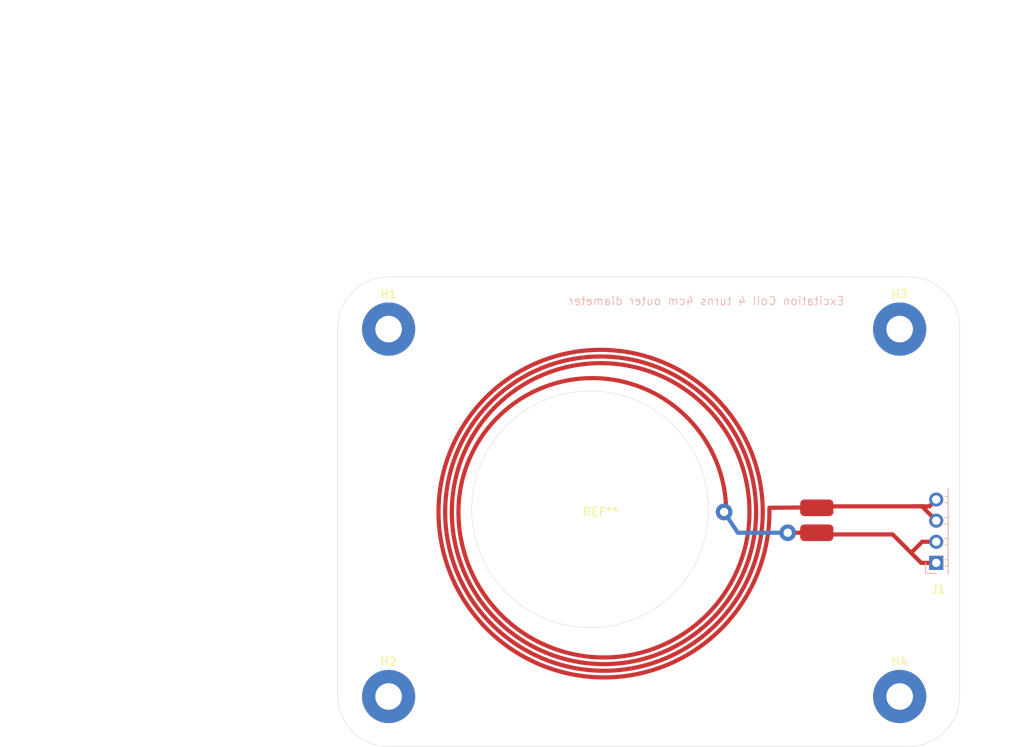
<source format=kicad_pcb>
(kicad_pcb (version 20240108) (generator "pcbnew") (generator_version "8.0")
  (layers (0 "F.Cu" signal) (31 "B.Cu" signal) (34 "B.Paste" user) (35 "F.Paste" user) (36 "B.SilkS" user "B.Silkscreen") (37 "F.SilkS" user "F.Silkscreen") (38 "B.Mask" user) (39 "F.Mask" user) (44 "Edge.Cuts" user))
  (net 0 "")
  (net 1 "/coil start")
  (net 2 "/coil end")
  (footprint "MountingHole:MountingHole_3.2mm_M3_Pad" (layer "F.Cu") (at 217.6168 106.3052)
    (property "Reference" "H3" (at 0 -4.2 0) (layer "F.SilkS"))
    (property "Value" "MountingHole")
    (pad "1" thru_hole circle (at 0 0) (size 6.4 6.4) (drill 3.2) (layers "*.Cu" "*.Mask"))
  )
  (footprint "MountingHole:MountingHole_3.2mm_M3_Pad" (layer "F.Cu") (at 217.6168 150.4952)
    (property "Reference" "H4" (at 0 -4.2 0) (layer "F.SilkS"))
    (property "Value" "MountingHole")
    (pad "1" thru_hole circle (at 0 0) (size 6.4 6.4) (drill 3.2) (layers "*.Cu" "*.Mask"))
  )
  (footprint "MountingHole:MountingHole_3.2mm_M3_Pad" (layer "F.Cu") (at 156.1468 150.4952)
    (property "Reference" "H2" (at 0 -4.2 0) (layer "F.SilkS"))
    (property "Value" "MountingHole")
    (pad "1" thru_hole circle (at 0 0) (size 6.4 6.4) (drill 3.2) (layers "*.Cu" "*.Mask"))
  )
  (footprint "MountingHole:MountingHole_3.2mm_M3_Pad" (layer "F.Cu") (at 156.1468 106.3052)
    (property "Reference" "H1" (at 0 -4.2 0) (layer "F.SilkS"))
    (property "Value" "MountingHole")
    (pad "1" thru_hole circle (at 0 0) (size 6.4 6.4) (drill 3.2) (layers "*.Cu" "*.Mask"))
  )
  (footprint "Excitation 2" (layer "F.Cu") (at 181.65 128.3)
    (property "Reference" "REF**" (at 0 0 0) (layer "F.SilkS"))
    (property "Value" "Excitation 2")
    (fp_line (start 20.3 -0.5) (end 26 -0.5625) (stroke (width 0.5)) (layer "F.Cu"))
    (fp_line (start 20.3 0) (end 20.3 -0.5) (stroke (width 0.5)) (layer "F.Cu"))
    (fp_line (start 22.5 2.5) (end 26 2.5) (stroke (width 0.5)) (layer "F.Cu"))
    (fp_arc (start -19.5 0) (mid 0 -19.5) (end 19.5 0) (stroke (width 0.5)) (layer "F.Cu"))
    (fp_arc (start -18.7 0) (mid 0 -18.7) (end 18.7 0) (stroke (width 0.5)) (layer "F.Cu"))
    (fp_arc (start -17.9 0) (mid 0 -17.9) (end 17.9 0) (stroke (width 0.5)) (layer "F.Cu"))
    (fp_arc (start -17.1 0) (mid -1 -16.131086) (end 15.1 0) (stroke (width 0.5)) (layer "F.Cu"))
    (fp_arc (start 17.9 0) (mid 0.4 17.518296) (end -17.1 0) (stroke (width 0.5)) (layer "F.Cu"))
    (fp_arc (start 18.7 0) (mid 0.4 18.3) (end -17.9 0) (stroke (width 0.5)) (layer "F.Cu"))
    (fp_arc (start 19.5 0) (mid 0.4 19.1) (end -18.7 0) (stroke (width 0.5)) (layer "F.Cu"))
    (fp_arc (start 20.3 0) (mid 0.4 19.9) (end -19.5 0) (stroke (width 0.5)) (layer "F.Cu"))
    (fp_line (start 16.5 2.5) (end 14.85 0) (stroke (width 0.5)) (layer "B.Cu"))
    (fp_line (start 22.5 2.5) (end 16.5 2.5) (stroke (width 0.5)) (layer "B.Cu"))
    (pad "1" smd roundrect (at 26 -0.5) (size 4 2) (layers "F.Cu") (net 1 "/coil start"))
    (pad "2" smd roundrect (at 26 2.5) (size 4 2) (layers "F.Cu") (net 2 "/coil end"))
    (pad "3" thru_hole circle (at 14.85 0) (size 2 2) (drill 1) (layers "*.Cu" "*.Mask"))
    (pad "3" thru_hole circle (at 22.5 2.5) (size 2 2) (drill 1) (layers "*.Cu" "*.Mask"))
  )
  (footprint "Connector_PinHeader_2.54mm:PinHeader_1x04_P2.54mm_Horizontal" (layer "B.Cu") (at 222.0118 134.4252)
    (property "Reference" "J1" (at 0.275 3.13 0) (layer "F.SilkS"))
    (property "Value" "Conn_01x04")
    (fp_line (start -1.27 1.27) (end -1.27 0) (stroke (width 0.12)) (layer "B.SilkS"))
    (fp_line (start 0 1.27) (end -1.27 1.27) (stroke (width 0.12)) (layer "B.SilkS"))
    (fp_line (start 1.44 -8.95) (end 1.44 1.33) (stroke (width 0.12)) (layer "B.SilkS"))
    (fp_line (start 1.44 -8) (end 1.042929 -8) (stroke (width 0.12)) (layer "B.SilkS"))
    (fp_line (start 1.44 -7.24) (end 1.042929 -7.24) (stroke (width 0.12)) (layer "B.SilkS"))
    (fp_line (start 1.44 -5.46) (end 1.042929 -5.46) (stroke (width 0.12)) (layer "B.SilkS"))
    (fp_line (start 1.44 -4.7) (end 1.042929 -4.7) (stroke (width 0.12)) (layer "B.SilkS"))
    (fp_line (start 1.44 -2.92) (end 1.042929 -2.92) (stroke (width 0.12)) (layer "B.SilkS"))
    (fp_line (start 1.44 -2.16) (end 1.042929 -2.16) (stroke (width 0.12)) (layer "B.SilkS"))
    (fp_line (start 1.44 -0.38) (end 1.11 -0.38) (stroke (width 0.12)) (layer "B.SilkS"))
    (fp_line (start 1.44 0.38) (end 1.11 0.38) (stroke (width 0.12)) (layer "B.SilkS"))
    (pad "1" thru_hole rect (at 0 0) (size 1.7 1.7) (drill 1) (layers "*.Cu" "*.Mask") (net 2 "/coil end"))
    (pad "2" thru_hole oval (at 0 -2.54) (size 1.7 1.7) (drill 1) (layers "*.Cu" "*.Mask") (net 2 "/coil end"))
    (pad "3" thru_hole oval (at 0 -5.08) (size 1.7 1.7) (drill 1) (layers "*.Cu" "*.Mask") (net 1 "/coil start"))
    (pad "4" thru_hole oval (at 0 -7.62) (size 1.7 1.7) (drill 1) (layers "*.Cu" "*.Mask") (net 1 "/coil start"))
  )
  (gr_arc (start 156.173075 156.520727) (mid 151.816925 154.71635) (end 150.012548 150.3602) (stroke (width 0.05)) (layer "Edge.Cuts"))
  (gr_line (start 150.012548 150.3602) (end 150.012548 106.1802) (stroke (width 0.05)) (layer "Edge.Cuts"))
  (gr_arc (start 150.012548 106.1802) (mid 151.816925 101.82405) (end 156.173075 100.019673) (stroke (width 0.05)) (layer "Edge.Cuts"))
  (gr_arc (start 218.676925 100.019673) (mid 223.033075 101.82405) (end 224.837452 106.1802) (stroke (width 0.05)) (layer "Edge.Cuts"))
  (gr_line (start 224.837452 106.1802) (end 224.837452 150.3602) (stroke (width 0.05)) (layer "Edge.Cuts"))
  (gr_arc (start 224.837452 150.3602) (mid 223.033075 154.71635) (end 218.676925 156.520727) (stroke (width 0.05)) (layer "Edge.Cuts"))
  (gr_circle (center 180.3784 127.978897) (end 192.7568 120.9552) (stroke (width 0.05)) (fill none) (layer "Edge.Cuts"))
  (gr_line (start 156.173075 156.520727) (end 218.676925 156.520727) (stroke (width 0.05)) (layer "Edge.Cuts"))
  (gr_line (start 156.173075 100.019673) (end 218.676925 100.019673) (stroke (width 0.05)) (layer "Edge.Cuts"))
  (gr_text "Excitation Coil 4 turns 4cm outer diameter" (at 211 103.5 0) (layer "B.SilkS") (effects (font (size 1 1) (thickness 0.1)) (justify left bottom mirror)))
  (segment (start 208.52759 127.6252) (end 208.139518 127.237128) (width 0.5) (layer "F.Cu") (net 1))
  (segment (start 220.2918 127.6252) (end 219.3468 127.6252) (width 0.5) (layer "F.Cu") (net 1))
  (segment (start 221.1918 127.6252) (end 222.0118 126.8052) (width 0.5) (layer "F.Cu") (net 1))
  (segment (start 219.3468 127.6252) (end 221.1918 127.6252) (width 0.5) (layer "F.Cu") (net 1))
  (segment (start 207.75259 127.6252) (end 207.364518 127.237128) (width 0.5) (layer "F.Cu") (net 1))
  (segment (start 222.0118 129.3452) (end 220.2918 127.6252) (width 0.5) (layer "F.Cu") (net 1))
  (segment (start 219.3468 127.6252) (end 208.52759 127.6252) (width 0.5) (layer "F.Cu") (net 1))
  (segment (start 218.9968 133.2202) (end 220.2018 134.4252) (width 0.5) (layer "F.Cu") (net 2))
  (segment (start 208.839949 131) (end 208.144974 130.305025) (width 0.5) (layer "F.Cu") (net 2))
  (segment (start 220.3318 131.8852) (end 222.0118 131.8852) (width 0.5) (layer "F.Cu") (net 2))
  (segment (start 216.7766 131) (end 218.9968 133.2202) (width 0.5) (layer "F.Cu") (net 2))
  (segment (start 216.7766 131) (end 208.839949 131) (width 0.5) (layer "F.Cu") (net 2))
  (segment (start 218.9968 133.2202) (end 220.3318 131.8852) (width 0.5) (layer "F.Cu") (net 2))
  (segment (start 220.2018 134.4252) (end 222.0118 134.4252) (width 0.5) (layer "F.Cu") (net 2))
)
</source>
